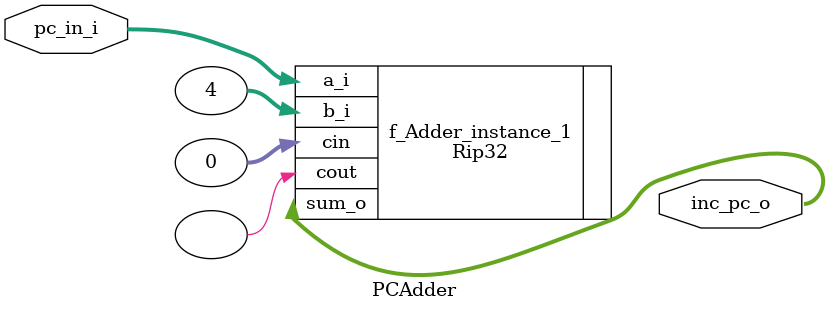
<source format=v>
`timescale 1ns / 1ps

module PCAdder #(
    parameter ARCHITECTURE = 32,
    parameter INCREMENT = 32'h00000004
)(
    input wire [ARCHITECTURE-1:0] pc_in_i,
    output wire [ARCHITECTURE-1:0] inc_pc_o
);

    Rip32 f_Adder_instance_1(
        .a_i(pc_in_i), 
        .b_i(INCREMENT), 
        .cin(0),

        .cout(),
        .sum_o(inc_pc_o)
    );

endmodule

</source>
